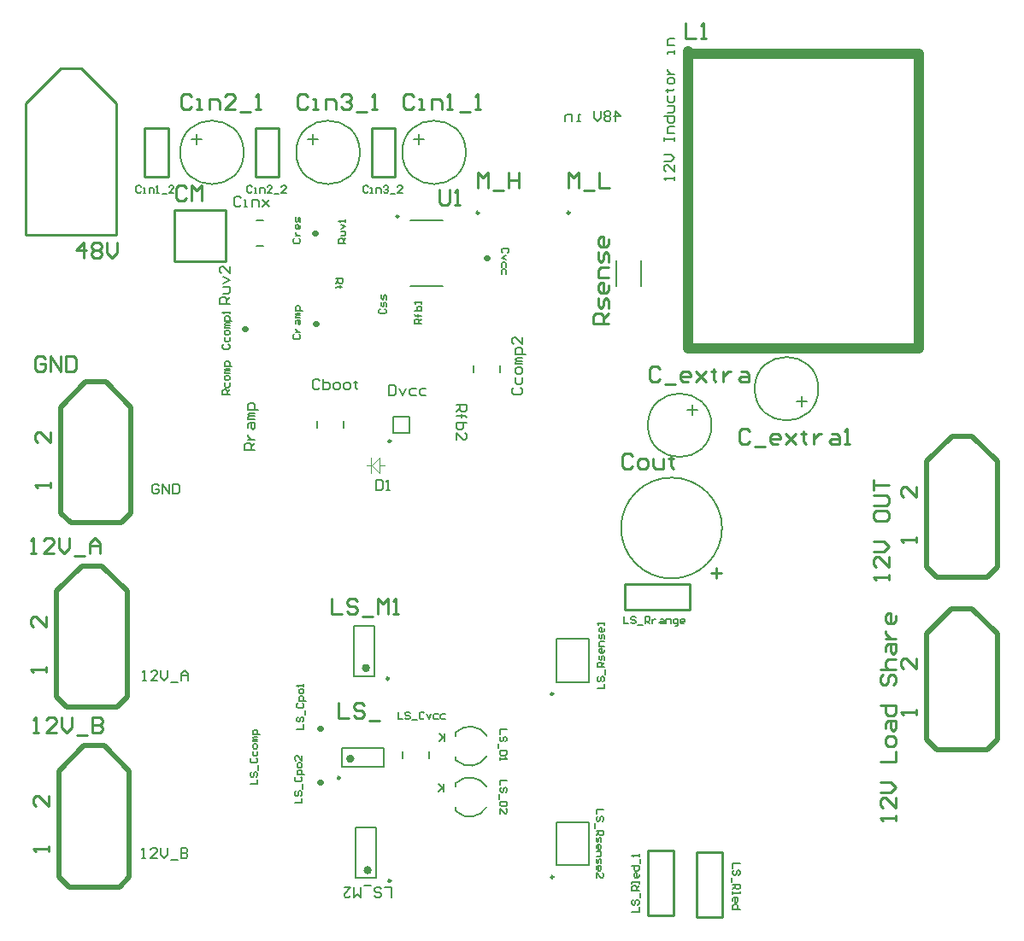
<source format=gto>
G04 Layer_Color=15132400*
%FSLAX24Y24*%
%MOIN*%
G70*
G01*
G75*
%ADD25C,0.0100*%
%ADD97C,0.0157*%
%ADD98C,0.0098*%
%ADD99C,0.0079*%
%ADD100C,0.0197*%
%ADD101C,0.0047*%
%ADD102C,0.0220*%
%ADD103C,0.0394*%
%ADD104C,0.0059*%
%ADD105C,0.0060*%
D25*
X11732Y48957D02*
X12520D01*
X13898Y47579D01*
X10354D02*
X11732Y48957D01*
X10354Y42461D02*
Y47579D01*
Y42461D02*
X13898D01*
Y47579D01*
X23838Y46624D02*
X23861Y46619D01*
X24761Y44719D02*
Y46619D01*
X23838Y44719D02*
X24761D01*
X23838D02*
Y46624D01*
X23861Y46619D02*
X24761D01*
X19311Y46624D02*
X19333Y46619D01*
X20233Y44719D02*
Y46619D01*
X19311Y44719D02*
X20233D01*
X19311D02*
Y46624D01*
X19333Y46619D02*
X20233D01*
X14980Y46624D02*
X15003Y46619D01*
X15903Y44719D02*
Y46619D01*
X14980Y44719D02*
X15903D01*
X14980D02*
Y46624D01*
X15003Y46619D02*
X15903D01*
X16163Y43417D02*
X18163D01*
Y42917D02*
Y43417D01*
Y41417D02*
Y42917D01*
X16163Y41417D02*
X18163D01*
X16163D02*
Y43417D01*
X34618Y18424D02*
X35618D01*
X34618Y15874D02*
Y18424D01*
Y15874D02*
X35618D01*
Y18424D01*
X36518Y15808D02*
X37518D01*
Y18358D01*
X36518D02*
X37518D01*
X36518Y15808D02*
Y18358D01*
X36259Y27807D02*
Y28807D01*
X33709D02*
X36259D01*
X33709Y27807D02*
Y28807D01*
Y27807D02*
X36259D01*
X44016Y28976D02*
Y29176D01*
Y29076D01*
X43416D01*
X43516Y28976D01*
X44016Y29876D02*
Y29476D01*
X43616Y29876D01*
X43516D01*
X43416Y29776D01*
Y29576D01*
X43516Y29476D01*
X43416Y30076D02*
X43816D01*
X44016Y30276D01*
X43816Y30476D01*
X43416D01*
Y31576D02*
Y31376D01*
X43516Y31276D01*
X43916D01*
X44016Y31376D01*
Y31576D01*
X43916Y31676D01*
X43516D01*
X43416Y31576D01*
Y31875D02*
X43916D01*
X44016Y31975D01*
Y32175D01*
X43916Y32275D01*
X43416D01*
Y32475D02*
Y32875D01*
Y32675D01*
X44016D01*
X44291Y19587D02*
Y19787D01*
Y19687D01*
X43692D01*
X43791Y19587D01*
X44291Y20486D02*
Y20086D01*
X43891Y20486D01*
X43791D01*
X43692Y20386D01*
Y20186D01*
X43791Y20086D01*
X43692Y20686D02*
X44091D01*
X44291Y20886D01*
X44091Y21086D01*
X43692D01*
Y21886D02*
X44291D01*
Y22286D01*
Y22586D02*
Y22786D01*
X44191Y22886D01*
X43991D01*
X43891Y22786D01*
Y22586D01*
X43991Y22486D01*
X44191D01*
X44291Y22586D01*
X43891Y23185D02*
Y23385D01*
X43991Y23485D01*
X44291D01*
Y23185D01*
X44191Y23085D01*
X44091Y23185D01*
Y23485D01*
X43692Y24085D02*
X44291D01*
Y23785D01*
X44191Y23685D01*
X43991D01*
X43891Y23785D01*
Y24085D01*
X43791Y25285D02*
X43692Y25185D01*
Y24985D01*
X43791Y24885D01*
X43891D01*
X43991Y24985D01*
Y25185D01*
X44091Y25285D01*
X44191D01*
X44291Y25185D01*
Y24985D01*
X44191Y24885D01*
X43692Y25485D02*
X44291D01*
X43991D01*
X43891Y25585D01*
Y25785D01*
X43991Y25885D01*
X44291D01*
X43891Y26184D02*
Y26384D01*
X43991Y26484D01*
X44291D01*
Y26184D01*
X44191Y26085D01*
X44091Y26184D01*
Y26484D01*
X43891Y26684D02*
X44291D01*
X44091D01*
X43991Y26784D01*
X43891Y26884D01*
Y26984D01*
X44291Y27584D02*
Y27384D01*
X44191Y27284D01*
X43991D01*
X43891Y27384D01*
Y27584D01*
X43991Y27684D01*
X44091D01*
Y27284D01*
X12623Y41565D02*
Y42165D01*
X12323Y41865D01*
X12723D01*
X12923Y42065D02*
X13023Y42165D01*
X13223D01*
X13323Y42065D01*
Y41965D01*
X13223Y41865D01*
X13323Y41765D01*
Y41665D01*
X13223Y41565D01*
X13023D01*
X12923Y41665D01*
Y41765D01*
X13023Y41865D01*
X12923Y41965D01*
Y42065D01*
X13023Y41865D02*
X13223D01*
X13522Y42165D02*
Y41765D01*
X13722Y41565D01*
X13922Y41765D01*
Y42165D01*
X10647Y23011D02*
X10847D01*
X10747D01*
Y23611D01*
X10647Y23511D01*
X11546Y23011D02*
X11146D01*
X11546Y23411D01*
Y23511D01*
X11446Y23611D01*
X11246D01*
X11146Y23511D01*
X11746Y23611D02*
Y23211D01*
X11946Y23011D01*
X12146Y23211D01*
Y23611D01*
X12346Y22911D02*
X12746D01*
X12946Y23611D02*
Y23011D01*
X13246D01*
X13346Y23111D01*
Y23211D01*
X13246Y23311D01*
X12946D01*
X13246D01*
X13346Y23411D01*
Y23511D01*
X13246Y23611D01*
X12946D01*
X10558Y30029D02*
X10758D01*
X10658D01*
Y30629D01*
X10558Y30529D01*
X11458Y30029D02*
X11058D01*
X11458Y30429D01*
Y30529D01*
X11358Y30629D01*
X11158D01*
X11058Y30529D01*
X11658Y30629D02*
Y30229D01*
X11858Y30029D01*
X12058Y30229D01*
Y30629D01*
X12258Y29929D02*
X12657D01*
X12857Y30029D02*
Y30429D01*
X13057Y30629D01*
X13257Y30429D01*
Y30029D01*
Y30329D01*
X12857D01*
X22560Y24190D02*
Y23590D01*
X22960D01*
X23560Y24090D02*
X23460Y24190D01*
X23260D01*
X23160Y24090D01*
Y23990D01*
X23260Y23890D01*
X23460D01*
X23560Y23790D01*
Y23690D01*
X23460Y23590D01*
X23260D01*
X23160Y23690D01*
X23760Y23490D02*
X24159D01*
X26476Y44202D02*
Y43702D01*
X26576Y43602D01*
X26776D01*
X26876Y43702D01*
Y44202D01*
X27076Y43602D02*
X27276D01*
X27176D01*
Y44202D01*
X27076Y44102D01*
X33071Y38976D02*
X32471D01*
Y39276D01*
X32571Y39376D01*
X32771D01*
X32871Y39276D01*
Y38976D01*
Y39176D02*
X33071Y39376D01*
Y39576D02*
Y39876D01*
X32971Y39976D01*
X32871Y39876D01*
Y39676D01*
X32771Y39576D01*
X32671Y39676D01*
Y39976D01*
X33071Y40476D02*
Y40276D01*
X32971Y40176D01*
X32771D01*
X32671Y40276D01*
Y40476D01*
X32771Y40576D01*
X32871D01*
Y40176D01*
X33071Y40776D02*
X32671D01*
Y41076D01*
X32771Y41176D01*
X33071D01*
Y41376D02*
Y41676D01*
X32971Y41775D01*
X32871Y41676D01*
Y41476D01*
X32771Y41376D01*
X32671Y41476D01*
Y41775D01*
X33071Y42275D02*
Y42075D01*
X32971Y41975D01*
X32771D01*
X32671Y42075D01*
Y42275D01*
X32771Y42375D01*
X32871D01*
Y41975D01*
X31521Y44299D02*
Y44899D01*
X31721Y44699D01*
X31921Y44899D01*
Y44299D01*
X32121Y44199D02*
X32520D01*
X32720Y44899D02*
Y44299D01*
X33120D01*
X27978D02*
Y44899D01*
X28178Y44699D01*
X28378Y44899D01*
Y44299D01*
X28578Y44199D02*
X28977D01*
X29177Y44899D02*
Y44299D01*
Y44599D01*
X29577D01*
Y44899D01*
Y44299D01*
X22290Y28240D02*
Y27640D01*
X22690D01*
X23290Y28140D02*
X23190Y28240D01*
X22990D01*
X22890Y28140D01*
Y28040D01*
X22990Y27940D01*
X23190D01*
X23290Y27840D01*
Y27740D01*
X23190Y27640D01*
X22990D01*
X22890Y27740D01*
X23490Y27540D02*
X23889D01*
X24089Y27640D02*
Y28240D01*
X24289Y28040D01*
X24489Y28240D01*
Y27640D01*
X24689D02*
X24889D01*
X24789D01*
Y28240D01*
X24689Y28140D01*
X36086Y50700D02*
Y50101D01*
X36486D01*
X36686D02*
X36886D01*
X36786D01*
Y50700D01*
X36686Y50600D01*
X34034Y33815D02*
X33934Y33915D01*
X33734D01*
X33634Y33815D01*
Y33415D01*
X33734Y33315D01*
X33934D01*
X34034Y33415D01*
X34334Y33315D02*
X34534D01*
X34634Y33415D01*
Y33615D01*
X34534Y33715D01*
X34334D01*
X34234Y33615D01*
Y33415D01*
X34334Y33315D01*
X34834Y33715D02*
Y33415D01*
X34934Y33315D01*
X35234D01*
Y33715D01*
X35534Y33815D02*
Y33715D01*
X35434D01*
X35634D01*
X35534D01*
Y33415D01*
X35634Y33315D01*
X16618Y44272D02*
X16518Y44372D01*
X16318D01*
X16218Y44272D01*
Y43872D01*
X16318Y43772D01*
X16518D01*
X16618Y43872D01*
X16818Y43772D02*
Y44372D01*
X17018Y44172D01*
X17218Y44372D01*
Y43772D01*
X21358Y47863D02*
X21258Y47963D01*
X21058D01*
X20958Y47863D01*
Y47463D01*
X21058Y47363D01*
X21258D01*
X21358Y47463D01*
X21558Y47363D02*
X21758D01*
X21658D01*
Y47763D01*
X21558D01*
X22058Y47363D02*
Y47763D01*
X22358D01*
X22458Y47663D01*
Y47363D01*
X22657Y47863D02*
X22757Y47963D01*
X22957D01*
X23057Y47863D01*
Y47763D01*
X22957Y47663D01*
X22857D01*
X22957D01*
X23057Y47563D01*
Y47463D01*
X22957Y47363D01*
X22757D01*
X22657Y47463D01*
X23257Y47263D02*
X23657D01*
X23857Y47363D02*
X24057D01*
X23957D01*
Y47963D01*
X23857Y47863D01*
X16830Y47860D02*
X16730Y47960D01*
X16530D01*
X16430Y47860D01*
Y47460D01*
X16530Y47360D01*
X16730D01*
X16830Y47460D01*
X17030Y47360D02*
X17230D01*
X17130D01*
Y47760D01*
X17030D01*
X17530Y47360D02*
Y47760D01*
X17830D01*
X17930Y47660D01*
Y47360D01*
X18529D02*
X18130D01*
X18529Y47760D01*
Y47860D01*
X18429Y47960D01*
X18230D01*
X18130Y47860D01*
X18729Y47260D02*
X19129D01*
X19329Y47360D02*
X19529D01*
X19429D01*
Y47960D01*
X19329Y47860D01*
X25491Y47857D02*
X25391Y47957D01*
X25191D01*
X25092Y47857D01*
Y47457D01*
X25191Y47357D01*
X25391D01*
X25491Y47457D01*
X25691Y47357D02*
X25891D01*
X25791D01*
Y47757D01*
X25691D01*
X26191Y47357D02*
Y47757D01*
X26491D01*
X26591Y47657D01*
Y47357D01*
X26791D02*
X26991D01*
X26891D01*
Y47957D01*
X26791Y47857D01*
X27291Y47257D02*
X27691D01*
X27891Y47357D02*
X28091D01*
X27991D01*
Y47957D01*
X27891Y47857D01*
X11115Y37614D02*
X11015Y37714D01*
X10816D01*
X10716Y37614D01*
Y37214D01*
X10816Y37114D01*
X11015D01*
X11115Y37214D01*
Y37414D01*
X10915D01*
X11315Y37114D02*
Y37714D01*
X11715Y37114D01*
Y37714D01*
X11915D02*
Y37114D01*
X12215D01*
X12315Y37214D01*
Y37614D01*
X12215Y37714D01*
X11915D01*
X38593Y34783D02*
X38493Y34883D01*
X38293D01*
X38193Y34783D01*
Y34383D01*
X38293Y34283D01*
X38493D01*
X38593Y34383D01*
X38793Y34183D02*
X39193D01*
X39692Y34283D02*
X39492D01*
X39393Y34383D01*
Y34583D01*
X39492Y34683D01*
X39692D01*
X39792Y34583D01*
Y34483D01*
X39393D01*
X39992Y34683D02*
X40392Y34283D01*
X40192Y34483D01*
X40392Y34683D01*
X39992Y34283D01*
X40692Y34783D02*
Y34683D01*
X40592D01*
X40792D01*
X40692D01*
Y34383D01*
X40792Y34283D01*
X41092Y34683D02*
Y34283D01*
Y34483D01*
X41192Y34583D01*
X41292Y34683D01*
X41392D01*
X41792D02*
X41992D01*
X42092Y34583D01*
Y34283D01*
X41792D01*
X41692Y34383D01*
X41792Y34483D01*
X42092D01*
X42292Y34283D02*
X42492D01*
X42392D01*
Y34883D01*
X42292Y34783D01*
X35070Y37207D02*
X34970Y37307D01*
X34770D01*
X34670Y37207D01*
Y36807D01*
X34770Y36707D01*
X34970D01*
X35070Y36807D01*
X35270Y36607D02*
X35670D01*
X36170Y36707D02*
X35970D01*
X35870Y36807D01*
Y37007D01*
X35970Y37107D01*
X36170D01*
X36270Y37007D01*
Y36907D01*
X35870D01*
X36470Y37107D02*
X36870Y36707D01*
X36670Y36907D01*
X36870Y37107D01*
X36470Y36707D01*
X37170Y37207D02*
Y37107D01*
X37070D01*
X37269D01*
X37170D01*
Y36807D01*
X37269Y36707D01*
X37569Y37107D02*
Y36707D01*
Y36907D01*
X37669Y37007D01*
X37769Y37107D01*
X37869D01*
X38269D02*
X38469D01*
X38569Y37007D01*
Y36707D01*
X38269D01*
X38169Y36807D01*
X38269Y36907D01*
X38569D01*
X45089Y25902D02*
Y25502D01*
X44689Y25902D01*
X44589D01*
X44489Y25802D01*
Y25602D01*
X44589Y25502D01*
X45089Y23730D02*
Y23930D01*
Y23830D01*
X44489D01*
X44589Y23730D01*
X45098Y32624D02*
Y32224D01*
X44699Y32624D01*
X44599D01*
X44499Y32524D01*
Y32324D01*
X44599Y32224D01*
X45098Y30453D02*
Y30653D01*
Y30553D01*
X44499D01*
X44599Y30453D01*
X11161Y27565D02*
Y27165D01*
X10762Y27565D01*
X10662D01*
X10562Y27465D01*
Y27265D01*
X10662Y27165D01*
X11161Y25394D02*
Y25594D01*
Y25494D01*
X10562D01*
X10662Y25394D01*
X11250Y20548D02*
Y20148D01*
X10850Y20548D01*
X10750D01*
X10650Y20448D01*
Y20248D01*
X10750Y20148D01*
X11250Y18376D02*
Y18576D01*
Y18476D01*
X10650D01*
X10750Y18376D01*
X37476Y29254D02*
X37076D01*
X37276Y29054D02*
Y29454D01*
X11319Y32579D02*
Y32779D01*
Y32679D01*
X10719D01*
X10819Y32579D01*
X11319Y34750D02*
Y34350D01*
X10919Y34750D01*
X10819D01*
X10719Y34650D01*
Y34450D01*
X10819Y34350D01*
D97*
X23091Y21998D02*
G03*
X23091Y21998I-79J0D01*
G01*
X23701Y25541D02*
G03*
X23701Y25541I-79J0D01*
G01*
X23770Y17648D02*
G03*
X23770Y17648I-79J0D01*
G01*
D98*
X22608Y21250D02*
G03*
X22608Y21250I-49J0D01*
G01*
X24518Y25126D02*
G03*
X24518Y25126I-49J0D01*
G01*
X24593Y34396D02*
G03*
X24593Y34396I-49J0D01*
G01*
X28027Y43308D02*
G03*
X28027Y43308I-49J0D01*
G01*
X31570D02*
G03*
X31570Y43308I-49J0D01*
G01*
X24587Y17232D02*
G03*
X24587Y17232I-49J0D01*
G01*
X30925Y24528D02*
G03*
X30925Y24528I-49J0D01*
G01*
X30935Y17382D02*
G03*
X30935Y17382I-49J0D01*
G01*
X24902Y43169D02*
G03*
X24902Y43169I-49J0D01*
G01*
D99*
X27520Y45669D02*
G03*
X27520Y45669I-1240J0D01*
G01*
X23386D02*
G03*
X23386Y45669I-1240J0D01*
G01*
X18858D02*
G03*
X18858Y45669I-1240J0D01*
G01*
X37510Y31004D02*
G03*
X37510Y31004I-1969J0D01*
G01*
X27161Y21922D02*
G03*
X28331Y22088I516J568D01*
G01*
Y22893D02*
G03*
X27134Y23033I-654J-402D01*
G01*
X27151Y19934D02*
G03*
X28321Y20100I516J568D01*
G01*
Y20904D02*
G03*
X27124Y21045I-654J-402D01*
G01*
X37098Y35016D02*
G03*
X37098Y35016I-1240J0D01*
G01*
X41264Y36441D02*
G03*
X41264Y36441I-1240J0D01*
G01*
X27835Y37067D02*
Y37343D01*
X28858Y37067D02*
Y37343D01*
X33376Y40453D02*
Y41437D01*
X34341Y40453D02*
Y41437D01*
X24331Y21683D02*
Y22431D01*
X22697Y21683D02*
Y22431D01*
X24331D01*
X22697Y21683D02*
X24331D01*
X23150Y27195D02*
X23937D01*
X23150Y25226D02*
X23937D01*
X23150D02*
Y27195D01*
X23937Y25226D02*
Y27195D01*
X25069Y22018D02*
Y22293D01*
X26093Y22018D02*
Y22293D01*
X19350Y42008D02*
X19626D01*
X19350Y43032D02*
X19626D01*
X24685Y34732D02*
X25315D01*
X24685D02*
Y35346D01*
X25315Y34732D02*
Y35346D01*
X24685D02*
X25315D01*
X21732Y34902D02*
Y35177D01*
X22756Y34902D02*
Y35177D01*
X23219Y19301D02*
X24006D01*
X23219Y17333D02*
X24006D01*
X23219D02*
Y19301D01*
X24006Y17333D02*
Y19301D01*
X31053Y24980D02*
Y26673D01*
X32313D01*
Y24980D02*
Y26673D01*
X31053Y24980D02*
X32313D01*
X31063Y17835D02*
Y19528D01*
X32323D01*
Y17835D02*
Y19528D01*
X31063Y17835D02*
X32323D01*
X27127Y21956D02*
Y22090D01*
Y22890D02*
Y23033D01*
Y21956D02*
X27161Y21922D01*
X27117Y19967D02*
Y20102D01*
Y20902D02*
Y21045D01*
Y19967D02*
X27151Y19934D01*
X25344Y43032D02*
X26604D01*
X25344Y40433D02*
X26604D01*
X18307Y39764D02*
X17914D01*
Y39961D01*
X17979Y40026D01*
X18110D01*
X18176Y39961D01*
Y39764D01*
Y39895D02*
X18307Y40026D01*
X18045Y40157D02*
X18241D01*
X18307Y40223D01*
Y40420D01*
X18045D01*
Y40551D02*
X18307Y40682D01*
X18045Y40813D01*
X18307Y41207D02*
Y40944D01*
X18045Y41207D01*
X17979D01*
X17914Y41141D01*
Y41010D01*
X17979Y40944D01*
X19291Y34055D02*
X18898D01*
Y34252D01*
X18963Y34318D01*
X19095D01*
X19160Y34252D01*
Y34055D01*
Y34186D02*
X19291Y34318D01*
X19029Y34449D02*
X19291D01*
X19160D01*
X19095Y34514D01*
X19029Y34580D01*
Y34645D01*
Y34908D02*
Y35039D01*
X19095Y35105D01*
X19291D01*
Y34908D01*
X19226Y34842D01*
X19160Y34908D01*
Y35105D01*
X19291Y35236D02*
X19029D01*
Y35301D01*
X19095Y35367D01*
X19291D01*
X19095D01*
X19029Y35433D01*
X19095Y35498D01*
X19291D01*
X19423Y35629D02*
X19029D01*
Y35826D01*
X19095Y35892D01*
X19226D01*
X19291Y35826D01*
Y35629D01*
X27165Y35827D02*
X27559D01*
Y35630D01*
X27493Y35564D01*
X27362D01*
X27297Y35630D01*
Y35827D01*
Y35696D02*
X27165Y35564D01*
Y35368D02*
X27493D01*
X27362D01*
Y35433D01*
Y35302D01*
Y35368D01*
X27493D01*
X27559Y35302D01*
Y35105D02*
X27165D01*
Y34908D01*
X27231Y34843D01*
X27297D01*
X27362D01*
X27428Y34908D01*
Y35105D01*
X27165Y34449D02*
Y34712D01*
X27428Y34449D01*
X27493D01*
X27559Y34515D01*
Y34646D01*
X27493Y34712D01*
X24606Y16595D02*
Y16988D01*
X24344D01*
X23950Y16660D02*
X24016Y16595D01*
X24147D01*
X24213Y16660D01*
Y16726D01*
X24147Y16791D01*
X24016D01*
X23950Y16857D01*
Y16923D01*
X24016Y16988D01*
X24147D01*
X24213Y16923D01*
X23819Y17054D02*
X23557D01*
X23426Y16988D02*
Y16595D01*
X23294Y16726D01*
X23163Y16595D01*
Y16988D01*
X22770D02*
X23032D01*
X22770Y16726D01*
Y16660D01*
X22835Y16595D01*
X22966D01*
X23032Y16660D01*
X24526Y36587D02*
Y36193D01*
X24723D01*
X24788Y36259D01*
Y36521D01*
X24723Y36587D01*
X24526D01*
X24919Y36456D02*
X25051Y36193D01*
X25182Y36456D01*
X25575D02*
X25378D01*
X25313Y36390D01*
Y36259D01*
X25378Y36193D01*
X25575D01*
X25969Y36456D02*
X25772D01*
X25706Y36390D01*
Y36259D01*
X25772Y36193D01*
X25969D01*
X24016Y32874D02*
Y32480D01*
X24213D01*
X24278Y32546D01*
Y32808D01*
X24213Y32874D01*
X24016D01*
X24409Y32480D02*
X24541D01*
X24475D01*
Y32874D01*
X24409Y32808D01*
X18739Y43882D02*
X18674Y43947D01*
X18542D01*
X18477Y43882D01*
Y43619D01*
X18542Y43554D01*
X18674D01*
X18739Y43619D01*
X18870Y43554D02*
X19002D01*
X18936D01*
Y43816D01*
X18870D01*
X19198Y43554D02*
Y43816D01*
X19395D01*
X19461Y43750D01*
Y43554D01*
X19592Y43816D02*
X19854Y43554D01*
X19723Y43685D01*
X19854Y43816D01*
X19592Y43554D01*
X23707Y44324D02*
X23661Y44370D01*
X23570D01*
X23524Y44324D01*
Y44140D01*
X23570Y44094D01*
X23661D01*
X23707Y44140D01*
X23799Y44094D02*
X23891D01*
X23845D01*
Y44278D01*
X23799D01*
X24029Y44094D02*
Y44278D01*
X24166D01*
X24212Y44232D01*
Y44094D01*
X24304Y44324D02*
X24350Y44370D01*
X24442D01*
X24488Y44324D01*
Y44278D01*
X24442Y44232D01*
X24396D01*
X24442D01*
X24488Y44186D01*
Y44140D01*
X24442Y44094D01*
X24350D01*
X24304Y44140D01*
X24580Y44049D02*
X24763D01*
X25039Y44094D02*
X24855D01*
X25039Y44278D01*
Y44324D01*
X24993Y44370D01*
X24901D01*
X24855Y44324D01*
X19180Y44324D02*
X19134Y44370D01*
X19042D01*
X18996Y44324D01*
Y44140D01*
X19042Y44094D01*
X19134D01*
X19180Y44140D01*
X19272Y44094D02*
X19363D01*
X19317D01*
Y44278D01*
X19272D01*
X19501Y44094D02*
Y44278D01*
X19639D01*
X19685Y44232D01*
Y44094D01*
X19960D02*
X19777D01*
X19960Y44278D01*
Y44324D01*
X19914Y44370D01*
X19823D01*
X19777Y44324D01*
X20052Y44049D02*
X20236D01*
X20511Y44094D02*
X20328D01*
X20511Y44278D01*
Y44324D01*
X20465Y44370D01*
X20374D01*
X20328Y44324D01*
X14849D02*
X14803Y44370D01*
X14711D01*
X14665Y44324D01*
Y44140D01*
X14711Y44094D01*
X14803D01*
X14849Y44140D01*
X14941Y44094D02*
X15033D01*
X14987D01*
Y44278D01*
X14941D01*
X15170Y44094D02*
Y44278D01*
X15308D01*
X15354Y44232D01*
Y44094D01*
X15446D02*
X15538D01*
X15492D01*
Y44370D01*
X15446Y44324D01*
X15676Y44049D02*
X15859D01*
X16135Y44094D02*
X15951D01*
X16135Y44278D01*
Y44324D01*
X16089Y44370D01*
X15997D01*
X15951Y44324D01*
X29396Y36483D02*
X29331Y36417D01*
Y36286D01*
X29396Y36220D01*
X29659D01*
X29724Y36286D01*
Y36417D01*
X29659Y36483D01*
X29462Y36876D02*
Y36680D01*
X29528Y36614D01*
X29659D01*
X29724Y36680D01*
Y36876D01*
Y37073D02*
Y37204D01*
X29659Y37270D01*
X29528D01*
X29462Y37204D01*
Y37073D01*
X29528Y37008D01*
X29659D01*
X29724Y37073D01*
Y37401D02*
X29462D01*
Y37467D01*
X29528Y37532D01*
X29724D01*
X29528D01*
X29462Y37598D01*
X29528Y37664D01*
X29724D01*
X29856Y37795D02*
X29462D01*
Y37992D01*
X29528Y38057D01*
X29659D01*
X29724Y37992D01*
Y37795D01*
Y38451D02*
Y38188D01*
X29462Y38451D01*
X29396D01*
X29331Y38385D01*
Y38254D01*
X29396Y38188D01*
X21828Y36738D02*
X21763Y36804D01*
X21631D01*
X21566Y36738D01*
Y36476D01*
X21631Y36410D01*
X21763D01*
X21828Y36476D01*
X21959Y36804D02*
Y36410D01*
X22156D01*
X22222Y36476D01*
Y36541D01*
Y36607D01*
X22156Y36672D01*
X21959D01*
X22418Y36410D02*
X22550D01*
X22615Y36476D01*
Y36607D01*
X22550Y36672D01*
X22418D01*
X22353Y36607D01*
Y36476D01*
X22418Y36410D01*
X22812D02*
X22943D01*
X23009Y36476D01*
Y36607D01*
X22943Y36672D01*
X22812D01*
X22746Y36607D01*
Y36476D01*
X22812Y36410D01*
X23206Y36738D02*
Y36672D01*
X23140D01*
X23271D01*
X23206D01*
Y36476D01*
X23271Y36410D01*
D100*
X47254Y27864D02*
X48238Y26880D01*
X46467Y27864D02*
X47254D01*
X45482Y26880D02*
X46467Y27864D01*
X48238Y22746D02*
Y26880D01*
X45876Y22352D02*
X47844D01*
X45482Y22746D02*
X45876Y22352D01*
X45482Y22746D02*
Y26880D01*
X47844Y22352D02*
X48238Y22746D01*
X47264Y34587D02*
X48248Y33602D01*
X46476Y34587D02*
X47264D01*
X45492Y33602D02*
X46476Y34587D01*
X48248Y29469D02*
Y33602D01*
X45886Y29075D02*
X47854D01*
X45492Y29469D02*
X45886Y29075D01*
X45492Y29469D02*
Y33602D01*
X47854Y29075D02*
X48248Y29469D01*
X13327Y29528D02*
X14311Y28543D01*
X12539Y29528D02*
X13327D01*
X11555Y28543D02*
X12539Y29528D01*
X14311Y24409D02*
Y28543D01*
X11949Y24016D02*
X13917D01*
X11555Y24409D02*
X11949Y24016D01*
X11555Y24409D02*
Y28543D01*
X13917Y24016D02*
X14311Y24409D01*
X13415Y22510D02*
X14400Y21526D01*
X12628Y22510D02*
X13415D01*
X11644Y21526D02*
X12628Y22510D01*
X14400Y17392D02*
Y21526D01*
X12037Y16998D02*
X14006D01*
X11644Y17392D02*
X12037Y16998D01*
X11644Y17392D02*
Y21526D01*
X14006Y16998D02*
X14400Y17392D01*
X14075Y31201D02*
X14468Y31594D01*
X11713Y31594D02*
Y35728D01*
Y31594D02*
X12106Y31201D01*
X14075D01*
X14468Y31594D02*
Y35728D01*
X11713D02*
X12697Y36713D01*
X13484D01*
X14468Y35728D01*
D101*
X24166Y33465D02*
X24366D01*
X23816Y33165D02*
Y33765D01*
X23866Y33465D02*
X24166Y33165D01*
X23866Y33465D02*
X24166Y33765D01*
Y33165D02*
Y33765D01*
X23666Y33465D02*
X23816D01*
D102*
X18878Y38777D02*
X18910D01*
X21642Y38979D02*
X21674D01*
X28307Y41533D02*
X28339D01*
X21634Y42517D02*
X21666D01*
X21821Y21090D02*
X21853D01*
X21830Y23196D02*
X21862D01*
D103*
X36181Y38106D02*
Y43906D01*
Y38006D02*
X45181D01*
Y49506D01*
X36281D02*
X45181D01*
X36181Y49606D02*
X36281Y49506D01*
X36181Y43906D02*
Y49606D01*
D104*
X22835Y42126D02*
X22559D01*
Y42264D01*
X22605Y42310D01*
X22697D01*
X22743Y42264D01*
Y42126D01*
Y42218D02*
X22835Y42310D01*
X22651Y42401D02*
X22789D01*
X22835Y42447D01*
Y42585D01*
X22651D01*
Y42677D02*
X22835Y42769D01*
X22651Y42861D01*
X22835Y42952D02*
Y43044D01*
Y42998D01*
X22559D01*
X22605Y42952D01*
X22441Y40748D02*
X22716D01*
Y40610D01*
X22671Y40564D01*
X22579D01*
X22533Y40610D01*
Y40748D01*
Y40656D02*
X22441Y40564D01*
X22671Y40427D02*
X22625D01*
Y40473D01*
Y40381D01*
Y40427D01*
X22487D01*
X22441Y40381D01*
X25787Y38976D02*
X25512D01*
Y39114D01*
X25558Y39160D01*
X25650D01*
X25696Y39114D01*
Y38976D01*
Y39068D02*
X25787Y39160D01*
Y39298D02*
X25558D01*
X25650D01*
Y39252D01*
Y39344D01*
Y39298D01*
X25558D01*
X25512Y39344D01*
Y39481D02*
X25787D01*
Y39619D01*
X25741Y39665D01*
X25696D01*
X25650D01*
X25604Y39619D01*
Y39481D01*
X25787Y39757D02*
Y39849D01*
Y39803D01*
X25512D01*
X25558Y39757D01*
X18307Y36220D02*
X18032D01*
Y36358D01*
X18077Y36404D01*
X18169D01*
X18215Y36358D01*
Y36220D01*
Y36312D02*
X18307Y36404D01*
X18123Y36680D02*
Y36542D01*
X18169Y36496D01*
X18261D01*
X18307Y36542D01*
Y36680D01*
Y36817D02*
Y36909D01*
X18261Y36955D01*
X18169D01*
X18123Y36909D01*
Y36817D01*
X18169Y36771D01*
X18261D01*
X18307Y36817D01*
Y37047D02*
X18123D01*
Y37093D01*
X18169Y37139D01*
X18307D01*
X18169D01*
X18123Y37185D01*
X18169Y37231D01*
X18307D01*
X18399Y37322D02*
X18123D01*
Y37460D01*
X18169Y37506D01*
X18261D01*
X18307Y37460D01*
Y37322D01*
X32884Y20020D02*
X32608D01*
Y19836D01*
X32838Y19561D02*
X32884Y19606D01*
Y19698D01*
X32838Y19744D01*
X32792D01*
X32746Y19698D01*
Y19606D01*
X32700Y19561D01*
X32654D01*
X32608Y19606D01*
Y19698D01*
X32654Y19744D01*
X32562Y19469D02*
Y19285D01*
X32608Y19193D02*
X32884D01*
Y19055D01*
X32838Y19010D01*
X32746D01*
X32700Y19055D01*
Y19193D01*
Y19101D02*
X32608Y19010D01*
Y18918D02*
Y18780D01*
X32654Y18734D01*
X32700Y18780D01*
Y18872D01*
X32746Y18918D01*
X32792Y18872D01*
Y18734D01*
X32608Y18504D02*
Y18596D01*
X32654Y18642D01*
X32746D01*
X32792Y18596D01*
Y18504D01*
X32746Y18459D01*
X32700D01*
Y18642D01*
X32608Y18367D02*
X32792D01*
Y18229D01*
X32746Y18183D01*
X32608D01*
Y18091D02*
Y17953D01*
X32654Y17908D01*
X32700Y17953D01*
Y18045D01*
X32746Y18091D01*
X32792Y18045D01*
Y17908D01*
X32608Y17678D02*
Y17770D01*
X32654Y17816D01*
X32746D01*
X32792Y17770D01*
Y17678D01*
X32746Y17632D01*
X32700D01*
Y17816D01*
X32608Y17356D02*
Y17540D01*
X32792Y17356D01*
X32838D01*
X32884Y17402D01*
Y17494D01*
X32838Y17540D01*
X32638Y24744D02*
X32913D01*
Y24928D01*
X32684Y25203D02*
X32638Y25157D01*
Y25066D01*
X32684Y25020D01*
X32730D01*
X32776Y25066D01*
Y25157D01*
X32822Y25203D01*
X32867D01*
X32913Y25157D01*
Y25066D01*
X32867Y25020D01*
X32959Y25295D02*
Y25479D01*
X32913Y25571D02*
X32638D01*
Y25708D01*
X32684Y25754D01*
X32776D01*
X32822Y25708D01*
Y25571D01*
Y25662D02*
X32913Y25754D01*
Y25846D02*
Y25984D01*
X32867Y26030D01*
X32822Y25984D01*
Y25892D01*
X32776Y25846D01*
X32730Y25892D01*
Y26030D01*
X32913Y26259D02*
Y26168D01*
X32867Y26122D01*
X32776D01*
X32730Y26168D01*
Y26259D01*
X32776Y26305D01*
X32822D01*
Y26122D01*
X32913Y26397D02*
X32730D01*
Y26535D01*
X32776Y26581D01*
X32913D01*
Y26673D02*
Y26810D01*
X32867Y26856D01*
X32822Y26810D01*
Y26719D01*
X32776Y26673D01*
X32730Y26719D01*
Y26856D01*
X32913Y27086D02*
Y26994D01*
X32867Y26948D01*
X32776D01*
X32730Y26994D01*
Y27086D01*
X32776Y27132D01*
X32822D01*
Y26948D01*
X32913Y27224D02*
Y27315D01*
Y27270D01*
X32638D01*
X32684Y27224D01*
X33681Y27549D02*
Y27274D01*
X33865D01*
X34140Y27503D02*
X34094Y27549D01*
X34003D01*
X33957Y27503D01*
Y27457D01*
X34003Y27411D01*
X34094D01*
X34140Y27365D01*
Y27320D01*
X34094Y27274D01*
X34003D01*
X33957Y27320D01*
X34232Y27228D02*
X34416D01*
X34508Y27274D02*
Y27549D01*
X34645D01*
X34691Y27503D01*
Y27411D01*
X34645Y27365D01*
X34508D01*
X34599D02*
X34691Y27274D01*
X34783Y27457D02*
Y27274D01*
Y27365D01*
X34829Y27411D01*
X34875Y27457D01*
X34921D01*
X35105D02*
X35196D01*
X35242Y27411D01*
Y27274D01*
X35105D01*
X35059Y27320D01*
X35105Y27365D01*
X35242D01*
X35334Y27274D02*
Y27457D01*
X35472D01*
X35518Y27411D01*
Y27274D01*
X35701Y27182D02*
X35747D01*
X35793Y27228D01*
Y27457D01*
X35656D01*
X35610Y27411D01*
Y27320D01*
X35656Y27274D01*
X35793D01*
X36023D02*
X35931D01*
X35885Y27320D01*
Y27411D01*
X35931Y27457D01*
X36023D01*
X36069Y27411D01*
Y27365D01*
X35885D01*
X38209Y17913D02*
X37933D01*
Y17730D01*
X38163Y17454D02*
X38209Y17500D01*
Y17592D01*
X38163Y17638D01*
X38117D01*
X38071Y17592D01*
Y17500D01*
X38025Y17454D01*
X37979D01*
X37933Y17500D01*
Y17592D01*
X37979Y17638D01*
X37887Y17362D02*
Y17179D01*
X37933Y17087D02*
X38209D01*
Y16949D01*
X38163Y16903D01*
X38071D01*
X38025Y16949D01*
Y17087D01*
Y16995D02*
X37933Y16903D01*
Y16811D02*
Y16720D01*
Y16765D01*
X38209D01*
Y16811D01*
X37933Y16444D02*
Y16536D01*
X37979Y16582D01*
X38071D01*
X38117Y16536D01*
Y16444D01*
X38071Y16398D01*
X38025D01*
Y16582D01*
X38209Y16123D02*
X37933D01*
Y16260D01*
X37979Y16306D01*
X38071D01*
X38117Y16260D01*
Y16123D01*
X33996Y16024D02*
X34272D01*
Y16207D01*
X34042Y16483D02*
X33996Y16437D01*
Y16345D01*
X34042Y16299D01*
X34088D01*
X34134Y16345D01*
Y16437D01*
X34180Y16483D01*
X34226D01*
X34272Y16437D01*
Y16345D01*
X34226Y16299D01*
X34318Y16575D02*
Y16758D01*
X34272Y16850D02*
X33996D01*
Y16988D01*
X34042Y17034D01*
X34134D01*
X34180Y16988D01*
Y16850D01*
Y16942D02*
X34272Y17034D01*
Y17126D02*
Y17217D01*
Y17172D01*
X33996D01*
Y17126D01*
X34272Y17493D02*
Y17401D01*
X34226Y17355D01*
X34134D01*
X34088Y17401D01*
Y17493D01*
X34134Y17539D01*
X34180D01*
Y17355D01*
X33996Y17814D02*
X34272D01*
Y17677D01*
X34226Y17631D01*
X34134D01*
X34088Y17677D01*
Y17814D01*
X34318Y17906D02*
Y18090D01*
X34272Y18182D02*
Y18274D01*
Y18228D01*
X33996D01*
X34042Y18182D01*
X29134Y21152D02*
X28858D01*
Y20968D01*
X29088Y20692D02*
X29134Y20738D01*
Y20830D01*
X29088Y20876D01*
X29042D01*
X28996Y20830D01*
Y20738D01*
X28950Y20692D01*
X28904D01*
X28858Y20738D01*
Y20830D01*
X28904Y20876D01*
X28812Y20601D02*
Y20417D01*
X29134Y20325D02*
X28858D01*
Y20187D01*
X28904Y20141D01*
X29088D01*
X29134Y20187D01*
Y20325D01*
X28858Y19866D02*
Y20050D01*
X29042Y19866D01*
X29088D01*
X29134Y19912D01*
Y20004D01*
X29088Y20050D01*
X29114Y23140D02*
X28839D01*
Y22956D01*
X29068Y22681D02*
X29114Y22727D01*
Y22818D01*
X29068Y22864D01*
X29022D01*
X28976Y22818D01*
Y22727D01*
X28930Y22681D01*
X28884D01*
X28839Y22727D01*
Y22818D01*
X28884Y22864D01*
X28793Y22589D02*
Y22405D01*
X29114Y22313D02*
X28839D01*
Y22176D01*
X28884Y22130D01*
X29068D01*
X29114Y22176D01*
Y22313D01*
X28839Y22038D02*
Y21946D01*
Y21992D01*
X29114D01*
X29068Y22038D01*
X24878Y23825D02*
Y23550D01*
X25062D01*
X25337Y23779D02*
X25292Y23825D01*
X25200D01*
X25154Y23779D01*
Y23733D01*
X25200Y23687D01*
X25292D01*
X25337Y23642D01*
Y23596D01*
X25292Y23550D01*
X25200D01*
X25154Y23596D01*
X25429Y23504D02*
X25613D01*
X25888Y23779D02*
X25843Y23825D01*
X25751D01*
X25705Y23779D01*
Y23596D01*
X25751Y23550D01*
X25843D01*
X25888Y23596D01*
X25980Y23733D02*
X26072Y23550D01*
X26164Y23733D01*
X26439D02*
X26302D01*
X26256Y23687D01*
Y23596D01*
X26302Y23550D01*
X26439D01*
X26715Y23733D02*
X26577D01*
X26531Y23687D01*
Y23596D01*
X26577Y23550D01*
X26715D01*
X20847Y20276D02*
X21122D01*
Y20459D01*
X20892Y20735D02*
X20847Y20689D01*
Y20597D01*
X20892Y20551D01*
X20938D01*
X20984Y20597D01*
Y20689D01*
X21030Y20735D01*
X21076D01*
X21122Y20689D01*
Y20597D01*
X21076Y20551D01*
X21168Y20827D02*
Y21010D01*
X20892Y21286D02*
X20847Y21240D01*
Y21148D01*
X20892Y21102D01*
X21076D01*
X21122Y21148D01*
Y21240D01*
X21076Y21286D01*
X21214Y21378D02*
X20938D01*
Y21515D01*
X20984Y21561D01*
X21076D01*
X21122Y21515D01*
Y21378D01*
Y21699D02*
Y21791D01*
X21076Y21837D01*
X20984D01*
X20938Y21791D01*
Y21699D01*
X20984Y21653D01*
X21076D01*
X21122Y21699D01*
Y22112D02*
Y21929D01*
X20938Y22112D01*
X20892D01*
X20847Y22066D01*
Y21975D01*
X20892Y21929D01*
X20925Y23159D02*
X21201D01*
Y23343D01*
X20971Y23619D02*
X20925Y23573D01*
Y23481D01*
X20971Y23435D01*
X21017D01*
X21063Y23481D01*
Y23573D01*
X21109Y23619D01*
X21155D01*
X21201Y23573D01*
Y23481D01*
X21155Y23435D01*
X21247Y23710D02*
Y23894D01*
X20971Y24170D02*
X20925Y24124D01*
Y24032D01*
X20971Y23986D01*
X21155D01*
X21201Y24032D01*
Y24124D01*
X21155Y24170D01*
X21293Y24261D02*
X21017D01*
Y24399D01*
X21063Y24445D01*
X21155D01*
X21201Y24399D01*
Y24261D01*
Y24583D02*
Y24675D01*
X21155Y24721D01*
X21063D01*
X21017Y24675D01*
Y24583D01*
X21063Y24537D01*
X21155D01*
X21201Y24583D01*
Y24812D02*
Y24904D01*
Y24858D01*
X20925D01*
X20971Y24812D01*
X19114Y21014D02*
X19390D01*
Y21197D01*
X19160Y21473D02*
X19114Y21427D01*
Y21335D01*
X19160Y21289D01*
X19206D01*
X19252Y21335D01*
Y21427D01*
X19298Y21473D01*
X19344D01*
X19390Y21427D01*
Y21335D01*
X19344Y21289D01*
X19436Y21565D02*
Y21748D01*
X19160Y22024D02*
X19114Y21978D01*
Y21886D01*
X19160Y21840D01*
X19344D01*
X19390Y21886D01*
Y21978D01*
X19344Y22024D01*
X19206Y22299D02*
Y22162D01*
X19252Y22116D01*
X19344D01*
X19390Y22162D01*
Y22299D01*
Y22437D02*
Y22529D01*
X19344Y22575D01*
X19252D01*
X19206Y22529D01*
Y22437D01*
X19252Y22391D01*
X19344D01*
X19390Y22437D01*
Y22667D02*
X19206D01*
Y22713D01*
X19252Y22759D01*
X19390D01*
X19252D01*
X19206Y22805D01*
X19252Y22850D01*
X19390D01*
X19482Y22942D02*
X19206D01*
Y23080D01*
X19252Y23126D01*
X19344D01*
X19390Y23080D01*
Y22942D01*
X29147Y41745D02*
X29193Y41791D01*
Y41883D01*
X29147Y41929D01*
X28963D01*
X28917Y41883D01*
Y41791D01*
X28963Y41745D01*
X29101Y41654D02*
X28917Y41562D01*
X29101Y41470D01*
Y41194D02*
Y41332D01*
X29055Y41378D01*
X28963D01*
X28917Y41332D01*
Y41194D01*
X29101Y40919D02*
Y41057D01*
X29055Y41103D01*
X28963D01*
X28917Y41057D01*
Y40919D01*
X24180Y39554D02*
X24134Y39508D01*
Y39416D01*
X24180Y39370D01*
X24364D01*
X24409Y39416D01*
Y39508D01*
X24364Y39554D01*
X24409Y39646D02*
Y39783D01*
X24364Y39829D01*
X24318Y39783D01*
Y39692D01*
X24272Y39646D01*
X24226Y39692D01*
Y39829D01*
X24409Y39921D02*
Y40059D01*
X24364Y40105D01*
X24318Y40059D01*
Y39967D01*
X24272Y39921D01*
X24226Y39967D01*
Y40105D01*
X20833Y42310D02*
X20787Y42264D01*
Y42172D01*
X20833Y42126D01*
X21017D01*
X21063Y42172D01*
Y42264D01*
X21017Y42310D01*
X20879Y42401D02*
X21063D01*
X20971D01*
X20925Y42447D01*
X20879Y42493D01*
Y42539D01*
X21063Y42815D02*
Y42723D01*
X21017Y42677D01*
X20925D01*
X20879Y42723D01*
Y42815D01*
X20925Y42861D01*
X20971D01*
Y42677D01*
X21063Y42952D02*
Y43090D01*
X21017Y43136D01*
X20971Y43090D01*
Y42998D01*
X20925Y42952D01*
X20879Y42998D01*
Y43136D01*
X20833Y38570D02*
X20787Y38524D01*
Y38432D01*
X20833Y38386D01*
X21017D01*
X21063Y38432D01*
Y38524D01*
X21017Y38570D01*
X20879Y38661D02*
X21063D01*
X20971D01*
X20925Y38707D01*
X20879Y38753D01*
Y38799D01*
Y38983D02*
Y39075D01*
X20925Y39121D01*
X21063D01*
Y38983D01*
X21017Y38937D01*
X20971Y38983D01*
Y39121D01*
X21063Y39212D02*
X20879D01*
Y39258D01*
X20925Y39304D01*
X21063D01*
X20925D01*
X20879Y39350D01*
X20925Y39396D01*
X21063D01*
X21155Y39488D02*
X20879D01*
Y39626D01*
X20925Y39671D01*
X21017D01*
X21063Y39626D01*
Y39488D01*
X18077Y38176D02*
X18032Y38130D01*
Y38038D01*
X18077Y37992D01*
X18261D01*
X18307Y38038D01*
Y38130D01*
X18261Y38176D01*
X18123Y38451D02*
Y38314D01*
X18169Y38268D01*
X18261D01*
X18307Y38314D01*
Y38451D01*
Y38589D02*
Y38681D01*
X18261Y38727D01*
X18169D01*
X18123Y38681D01*
Y38589D01*
X18169Y38543D01*
X18261D01*
X18307Y38589D01*
Y38819D02*
X18123D01*
Y38865D01*
X18169Y38910D01*
X18307D01*
X18169D01*
X18123Y38956D01*
X18169Y39002D01*
X18307D01*
X18399Y39094D02*
X18123D01*
Y39232D01*
X18169Y39278D01*
X18261D01*
X18307Y39232D01*
Y39094D01*
Y39370D02*
Y39461D01*
Y39416D01*
X18032D01*
X18077Y39370D01*
X25675Y46369D02*
Y45976D01*
X25871Y46172D02*
X25478D01*
X21541Y46369D02*
Y45976D01*
X21738Y46172D02*
X21344D01*
X17013Y46369D02*
Y45976D01*
X17210Y46172D02*
X16817D01*
X36558Y35621D02*
X36165D01*
X36361Y35424D02*
Y35817D01*
X40628Y35741D02*
Y36135D01*
X40432Y35938D02*
X40825D01*
X15558Y32663D02*
X15492Y32728D01*
X15361D01*
X15295Y32663D01*
Y32400D01*
X15361Y32335D01*
X15492D01*
X15558Y32400D01*
Y32531D01*
X15426D01*
X15689Y32335D02*
Y32728D01*
X15951Y32335D01*
Y32728D01*
X16082D02*
Y32335D01*
X16279D01*
X16345Y32400D01*
Y32663D01*
X16279Y32728D01*
X16082D01*
X14909Y25043D02*
X15041D01*
X14975D01*
Y25437D01*
X14909Y25371D01*
X15500Y25043D02*
X15237D01*
X15500Y25306D01*
Y25371D01*
X15434Y25437D01*
X15303D01*
X15237Y25371D01*
X15631Y25437D02*
Y25175D01*
X15762Y25043D01*
X15893Y25175D01*
Y25437D01*
X16025Y24978D02*
X16287D01*
X16418Y25043D02*
Y25306D01*
X16549Y25437D01*
X16681Y25306D01*
Y25043D01*
Y25240D01*
X16418D01*
X14898Y18106D02*
X15029D01*
X14963D01*
Y18500D01*
X14898Y18434D01*
X15488Y18106D02*
X15226D01*
X15488Y18369D01*
Y18434D01*
X15422Y18500D01*
X15291D01*
X15226Y18434D01*
X15619Y18500D02*
Y18237D01*
X15750Y18106D01*
X15882Y18237D01*
Y18500D01*
X16013Y18041D02*
X16275D01*
X16406Y18500D02*
Y18106D01*
X16603D01*
X16669Y18172D01*
Y18237D01*
X16603Y18303D01*
X16406D01*
X16603D01*
X16669Y18369D01*
Y18434D01*
X16603Y18500D01*
X16406D01*
X33366Y46878D02*
Y47272D01*
X33563Y47075D01*
X33301D01*
X33169Y47206D02*
X33104Y47272D01*
X32973D01*
X32907Y47206D01*
Y47140D01*
X32973Y47075D01*
X32907Y47009D01*
Y46944D01*
X32973Y46878D01*
X33104D01*
X33169Y46944D01*
Y47009D01*
X33104Y47075D01*
X33169Y47140D01*
Y47206D01*
X33104Y47075D02*
X32973D01*
X32776Y47272D02*
Y47009D01*
X32645Y46878D01*
X32513Y47009D01*
Y47272D01*
X31989Y46878D02*
X31858D01*
X31923D01*
Y47140D01*
X31989D01*
X31661Y46878D02*
Y47140D01*
X31464D01*
X31398Y47075D01*
Y46878D01*
X35638Y44594D02*
Y44726D01*
Y44660D01*
X35244D01*
X35310Y44594D01*
X35638Y45185D02*
Y44922D01*
X35375Y45185D01*
X35310D01*
X35244Y45119D01*
Y44988D01*
X35310Y44922D01*
X35244Y45316D02*
X35507D01*
X35638Y45447D01*
X35507Y45578D01*
X35244D01*
Y46103D02*
Y46234D01*
Y46169D01*
X35638D01*
Y46103D01*
Y46234D01*
Y46431D02*
X35375D01*
Y46628D01*
X35441Y46694D01*
X35638D01*
X35244Y47087D02*
X35638D01*
Y46890D01*
X35572Y46825D01*
X35441D01*
X35375Y46890D01*
Y47087D01*
Y47218D02*
X35572D01*
X35638Y47284D01*
Y47481D01*
X35375D01*
Y47874D02*
Y47677D01*
X35441Y47612D01*
X35572D01*
X35638Y47677D01*
Y47874D01*
X35310Y48071D02*
X35375D01*
Y48005D01*
Y48137D01*
Y48071D01*
X35572D01*
X35638Y48137D01*
Y48399D02*
Y48530D01*
X35572Y48596D01*
X35441D01*
X35375Y48530D01*
Y48399D01*
X35441Y48333D01*
X35572D01*
X35638Y48399D01*
X35375Y48727D02*
X35638D01*
X35507D01*
X35441Y48793D01*
X35375Y48858D01*
Y48924D01*
X35638Y49514D02*
Y49645D01*
Y49580D01*
X35375D01*
Y49514D01*
X35638Y49842D02*
X35375D01*
Y50039D01*
X35441Y50105D01*
X35638D01*
D105*
X26677Y22690D02*
Y22990D01*
Y22890D01*
X26477Y22690D01*
X26627Y22840D01*
X26477Y22990D01*
X26667Y20702D02*
Y21002D01*
Y20902D01*
X26467Y20702D01*
X26617Y20852D01*
X26467Y21002D01*
M02*

</source>
